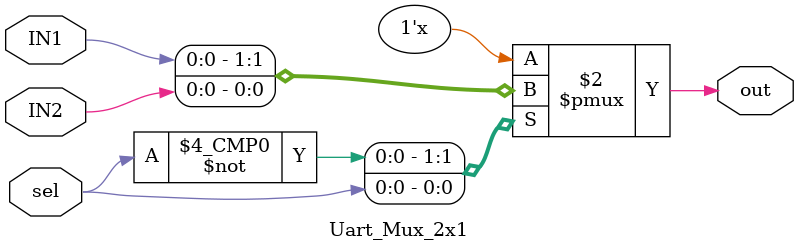
<source format=sv>
module Uart_Mux_2x1(out, IN1, IN2, sel);

    output logic  out;
    input logic IN1, IN2;
    input logic sel;

    always_comb begin
        case(sel)
            1'b0: begin
                out = IN1;
            end

            1'b1: begin
                out = IN2;
            end
        endcase
    end

endmodule
</source>
